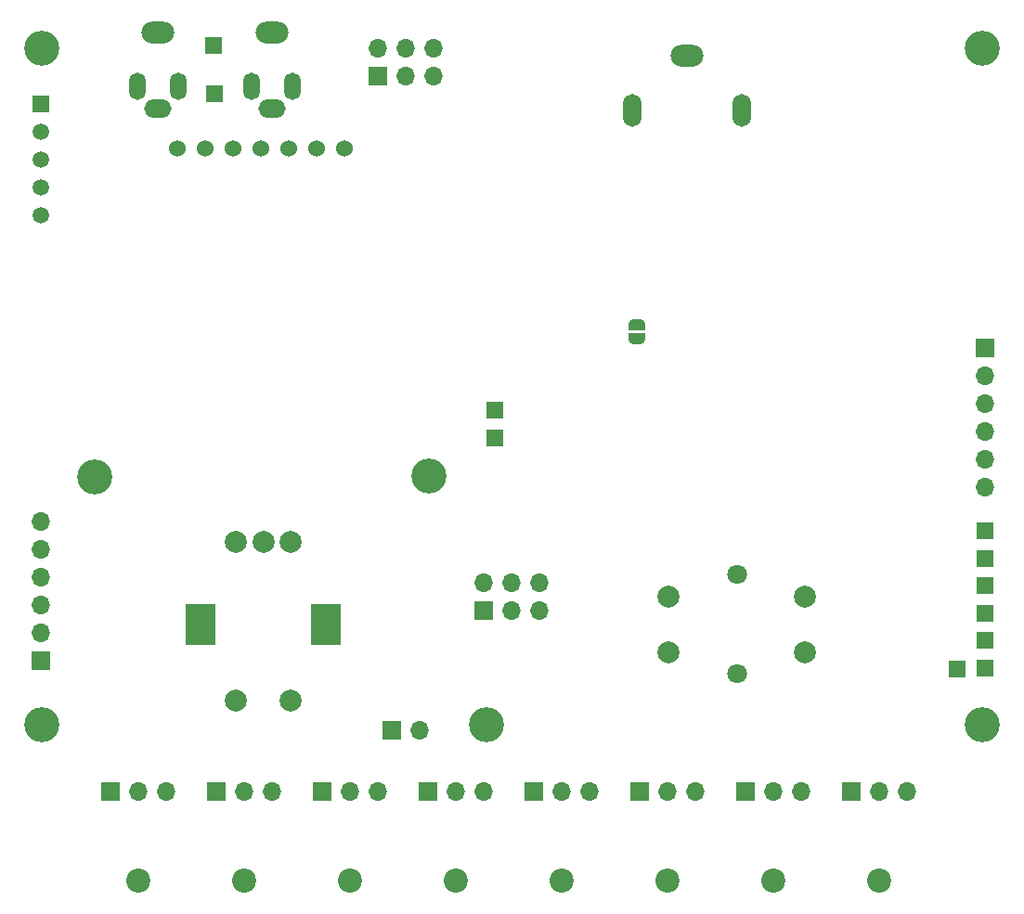
<source format=gbs>
G04 #@! TF.GenerationSoftware,KiCad,Pcbnew,7.0.9-39-g1740aeca5e*
G04 #@! TF.CreationDate,2023-11-27T00:53:47+01:00*
G04 #@! TF.ProjectId,Synkino,53796e6b-696e-46f2-9e6b-696361645f70,rev?*
G04 #@! TF.SameCoordinates,Original*
G04 #@! TF.FileFunction,Soldermask,Bot*
G04 #@! TF.FilePolarity,Negative*
%FSLAX46Y46*%
G04 Gerber Fmt 4.6, Leading zero omitted, Abs format (unit mm)*
G04 Created by KiCad (PCBNEW 7.0.9-39-g1740aeca5e) date 2023-11-27 00:53:47*
%MOMM*%
%LPD*%
G01*
G04 APERTURE LIST*
G04 Aperture macros list*
%AMFreePoly0*
4,1,19,0.500000,-0.750000,0.000000,-0.750000,0.000000,-0.744911,-0.071157,-0.744911,-0.207708,-0.704816,-0.327430,-0.627875,-0.420627,-0.520320,-0.479746,-0.390866,-0.500000,-0.250000,-0.500000,0.250000,-0.479746,0.390866,-0.420627,0.520320,-0.327430,0.627875,-0.207708,0.704816,-0.071157,0.744911,0.000000,0.744911,0.000000,0.750000,0.500000,0.750000,0.500000,-0.750000,0.500000,-0.750000,
$1*%
%AMFreePoly1*
4,1,19,0.000000,0.744911,0.071157,0.744911,0.207708,0.704816,0.327430,0.627875,0.420627,0.520320,0.479746,0.390866,0.500000,0.250000,0.500000,-0.250000,0.479746,-0.390866,0.420627,-0.520320,0.327430,-0.627875,0.207708,-0.704816,0.071157,-0.744911,0.000000,-0.744911,0.000000,-0.750000,-0.500000,-0.750000,-0.500000,0.750000,0.000000,0.750000,0.000000,0.744911,0.000000,0.744911,
$1*%
G04 Aperture macros list end*
%ADD10O,3.000000X2.000000*%
%ADD11O,1.700000X3.000000*%
%ADD12C,1.800000*%
%ADD13C,2.000000*%
%ADD14R,2.700000X3.700000*%
%ADD15C,1.524000*%
%ADD16R,1.700000X1.700000*%
%ADD17O,1.700000X1.700000*%
%ADD18R,1.500000X1.500000*%
%ADD19C,1.500000*%
%ADD20O,1.500000X2.500000*%
%ADD21O,2.500000X1.700000*%
%ADD22C,2.200000*%
%ADD23C,3.200000*%
%ADD24FreePoly0,90.000000*%
%ADD25FreePoly1,90.000000*%
G04 APERTURE END LIST*
D10*
X129286000Y-42625000D03*
D11*
X124286000Y-47625000D03*
X134286000Y-47625000D03*
D12*
X133858000Y-98988000D03*
X133858000Y-89988000D03*
D13*
X140108000Y-97028000D03*
X127608000Y-97028000D03*
X140108000Y-91948000D03*
X127608000Y-91948000D03*
X93178000Y-101488000D03*
X88178000Y-101488000D03*
X93178000Y-86988000D03*
X88178000Y-86988000D03*
X90678000Y-86988000D03*
D14*
X96378000Y-94488000D03*
X84978000Y-94488000D03*
D15*
X82804000Y-51054000D03*
X85344000Y-51054000D03*
X87884000Y-51054000D03*
X90424000Y-51054000D03*
X92964000Y-51054000D03*
X95504000Y-51054000D03*
X98044000Y-51054000D03*
D16*
X70358000Y-97790000D03*
D17*
X70358000Y-95250000D03*
X70358000Y-92710000D03*
X70358000Y-90170000D03*
X70358000Y-87630000D03*
X70358000Y-85090000D03*
D16*
X101092000Y-44450000D03*
D17*
X101092000Y-41910000D03*
X103632000Y-44450000D03*
X103632000Y-41910000D03*
X106172000Y-44450000D03*
X106172000Y-41910000D03*
D16*
X156524000Y-69325000D03*
D17*
X156524000Y-71865000D03*
X156524000Y-74405000D03*
X156524000Y-76945000D03*
X156524000Y-79485000D03*
X156524000Y-82025000D03*
D18*
X156524000Y-85983000D03*
X156524000Y-88483000D03*
X156524000Y-90983000D03*
X156524000Y-93483000D03*
X156524000Y-95983000D03*
X156524000Y-98483000D03*
D19*
X70358000Y-49530000D03*
X70358000Y-52070000D03*
X70358000Y-54610000D03*
X70358000Y-57150000D03*
D16*
X110744000Y-93218000D03*
D17*
X110744000Y-90678000D03*
X113284000Y-93218000D03*
X113284000Y-90678000D03*
X115824000Y-93218000D03*
X115824000Y-90678000D03*
D16*
X76708000Y-109728000D03*
D17*
X79248000Y-109728000D03*
X81788000Y-109728000D03*
D16*
X86360000Y-109728000D03*
D17*
X88900000Y-109728000D03*
X91440000Y-109728000D03*
D16*
X96012000Y-109728000D03*
D17*
X98552000Y-109728000D03*
X101092000Y-109728000D03*
D16*
X105664000Y-109728000D03*
D17*
X108204000Y-109728000D03*
X110744000Y-109728000D03*
D16*
X115316000Y-109728000D03*
D17*
X117856000Y-109728000D03*
X120396000Y-109728000D03*
D16*
X124968000Y-109728000D03*
D17*
X127508000Y-109728000D03*
X130048000Y-109728000D03*
D16*
X134620000Y-109728000D03*
D17*
X137160000Y-109728000D03*
X139700000Y-109728000D03*
D16*
X144272000Y-109728000D03*
D17*
X146812000Y-109728000D03*
X149352000Y-109728000D03*
D10*
X91440000Y-40526000D03*
D20*
X93290000Y-45426000D03*
X89590000Y-45426000D03*
D21*
X91440000Y-47426000D03*
D10*
X81026000Y-40526000D03*
D20*
X82876000Y-45426000D03*
X79176000Y-45426000D03*
D21*
X81026000Y-47426000D03*
D18*
X70358000Y-46990000D03*
X111760000Y-77470000D03*
X111760000Y-74930000D03*
X153924000Y-98552000D03*
X86106000Y-41656000D03*
X86233000Y-46101000D03*
D22*
X146812000Y-117856000D03*
X137160000Y-117856000D03*
X108204000Y-117856000D03*
D23*
X156210000Y-103632000D03*
D22*
X127508000Y-117856000D03*
D23*
X156210000Y-41910000D03*
X105791000Y-81010000D03*
X75311000Y-81073500D03*
X110998000Y-103632000D03*
D22*
X98552000Y-117856000D03*
D23*
X70485000Y-103632000D03*
D22*
X117856000Y-117856000D03*
X88900000Y-117856000D03*
D23*
X70485000Y-41910000D03*
D22*
X79248000Y-117856000D03*
D16*
X102357000Y-104140000D03*
D17*
X104897000Y-104140000D03*
D24*
X124714000Y-68468000D03*
D25*
X124714000Y-67168000D03*
M02*

</source>
